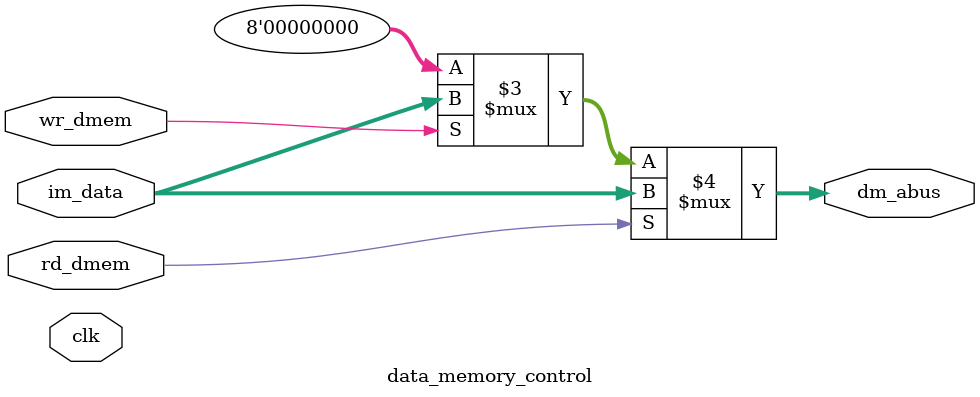
<source format=v>

module data_memory_control
(
	input  clk,
	input  rd_dmem, 	
	input  wr_dmem,
	input  [7:0] im_data,
	output [7:0] dm_abus
);
	
	assign dm_abus = 	(rd_dmem == 1'b1) ? im_data:
						(wr_dmem == 1'b1) ? im_data: 8'h00;
	
endmodule
</source>
